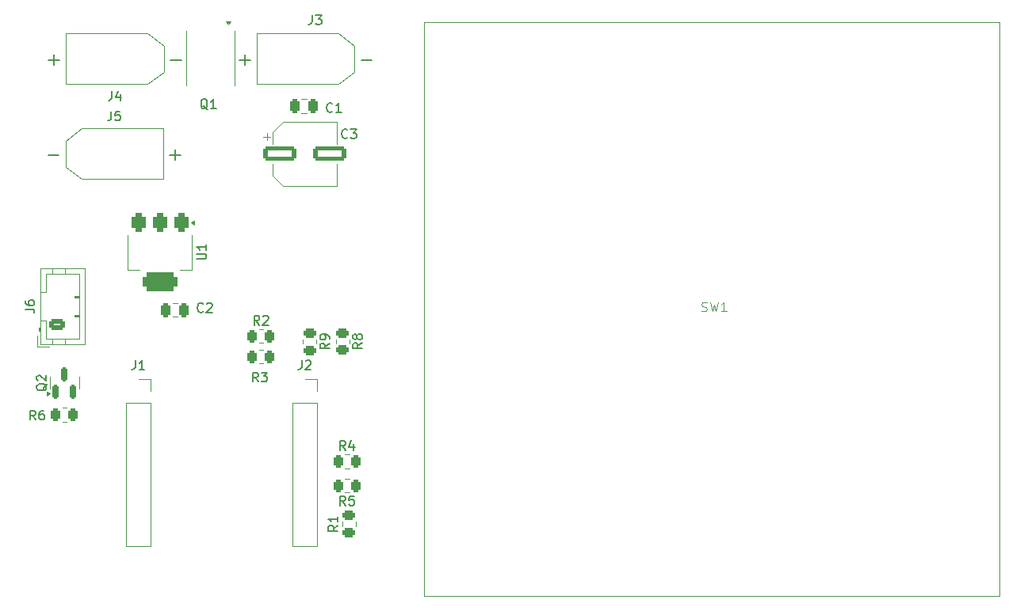
<source format=gbr>
%TF.GenerationSoftware,KiCad,Pcbnew,8.0.4*%
%TF.CreationDate,2025-02-03T15:53:43-05:00*%
%TF.ProjectId,AerospaceBigButton,4165726f-7370-4616-9365-426967427574,rev?*%
%TF.SameCoordinates,Original*%
%TF.FileFunction,Legend,Top*%
%TF.FilePolarity,Positive*%
%FSLAX46Y46*%
G04 Gerber Fmt 4.6, Leading zero omitted, Abs format (unit mm)*
G04 Created by KiCad (PCBNEW 8.0.4) date 2025-02-03 15:53:43*
%MOMM*%
%LPD*%
G01*
G04 APERTURE LIST*
G04 Aperture macros list*
%AMRoundRect*
0 Rectangle with rounded corners*
0 $1 Rounding radius*
0 $2 $3 $4 $5 $6 $7 $8 $9 X,Y pos of 4 corners*
0 Add a 4 corners polygon primitive as box body*
4,1,4,$2,$3,$4,$5,$6,$7,$8,$9,$2,$3,0*
0 Add four circle primitives for the rounded corners*
1,1,$1+$1,$2,$3*
1,1,$1+$1,$4,$5*
1,1,$1+$1,$6,$7*
1,1,$1+$1,$8,$9*
0 Add four rect primitives between the rounded corners*
20,1,$1+$1,$2,$3,$4,$5,0*
20,1,$1+$1,$4,$5,$6,$7,0*
20,1,$1+$1,$6,$7,$8,$9,0*
20,1,$1+$1,$8,$9,$2,$3,0*%
G04 Aperture macros list end*
%ADD10C,0.150000*%
%ADD11C,0.100000*%
%ADD12C,0.120000*%
%ADD13RoundRect,0.250000X-0.262500X-0.450000X0.262500X-0.450000X0.262500X0.450000X-0.262500X0.450000X0*%
%ADD14RoundRect,0.150000X0.150000X-0.587500X0.150000X0.587500X-0.150000X0.587500X-0.150000X-0.587500X0*%
%ADD15RoundRect,0.250000X-0.450000X0.262500X-0.450000X-0.262500X0.450000X-0.262500X0.450000X0.262500X0*%
%ADD16C,3.600000*%
%ADD17C,5.600000*%
%ADD18RoundRect,0.250000X0.450000X-0.262500X0.450000X0.262500X-0.450000X0.262500X-0.450000X-0.262500X0*%
%ADD19RoundRect,0.250000X0.262500X0.450000X-0.262500X0.450000X-0.262500X-0.450000X0.262500X-0.450000X0*%
%ADD20RoundRect,0.250000X0.625000X-0.350000X0.625000X0.350000X-0.625000X0.350000X-0.625000X-0.350000X0*%
%ADD21O,1.750000X1.200000*%
%ADD22R,3.800000X3.800000*%
%ADD23C,3.800000*%
%ADD24O,7.800000X5.000000*%
%ADD25O,9.400000X5.000000*%
%ADD26RoundRect,0.375000X-0.375000X0.625000X-0.375000X-0.625000X0.375000X-0.625000X0.375000X0.625000X0*%
%ADD27RoundRect,0.500000X-1.400000X0.500000X-1.400000X-0.500000X1.400000X-0.500000X1.400000X0.500000X0*%
%ADD28R,0.610000X1.270000*%
%ADD29R,3.910000X3.810000*%
%ADD30R,0.610000X1.020000*%
%ADD31RoundRect,0.250000X-0.250000X-0.475000X0.250000X-0.475000X0.250000X0.475000X-0.250000X0.475000X0*%
%ADD32RoundRect,0.250000X-1.500000X-0.550000X1.500000X-0.550000X1.500000X0.550000X-1.500000X0.550000X0*%
%ADD33C,4.000000*%
%ADD34R,1.700000X1.700000*%
%ADD35O,1.700000X1.700000*%
G04 APERTURE END LIST*
D10*
X52533333Y-66554819D02*
X52200000Y-66078628D01*
X51961905Y-66554819D02*
X51961905Y-65554819D01*
X51961905Y-65554819D02*
X52342857Y-65554819D01*
X52342857Y-65554819D02*
X52438095Y-65602438D01*
X52438095Y-65602438D02*
X52485714Y-65650057D01*
X52485714Y-65650057D02*
X52533333Y-65745295D01*
X52533333Y-65745295D02*
X52533333Y-65888152D01*
X52533333Y-65888152D02*
X52485714Y-65983390D01*
X52485714Y-65983390D02*
X52438095Y-66031009D01*
X52438095Y-66031009D02*
X52342857Y-66078628D01*
X52342857Y-66078628D02*
X51961905Y-66078628D01*
X53390476Y-65554819D02*
X53200000Y-65554819D01*
X53200000Y-65554819D02*
X53104762Y-65602438D01*
X53104762Y-65602438D02*
X53057143Y-65650057D01*
X53057143Y-65650057D02*
X52961905Y-65792914D01*
X52961905Y-65792914D02*
X52914286Y-65983390D01*
X52914286Y-65983390D02*
X52914286Y-66364342D01*
X52914286Y-66364342D02*
X52961905Y-66459580D01*
X52961905Y-66459580D02*
X53009524Y-66507200D01*
X53009524Y-66507200D02*
X53104762Y-66554819D01*
X53104762Y-66554819D02*
X53295238Y-66554819D01*
X53295238Y-66554819D02*
X53390476Y-66507200D01*
X53390476Y-66507200D02*
X53438095Y-66459580D01*
X53438095Y-66459580D02*
X53485714Y-66364342D01*
X53485714Y-66364342D02*
X53485714Y-66126247D01*
X53485714Y-66126247D02*
X53438095Y-66031009D01*
X53438095Y-66031009D02*
X53390476Y-65983390D01*
X53390476Y-65983390D02*
X53295238Y-65935771D01*
X53295238Y-65935771D02*
X53104762Y-65935771D01*
X53104762Y-65935771D02*
X53009524Y-65983390D01*
X53009524Y-65983390D02*
X52961905Y-66031009D01*
X52961905Y-66031009D02*
X52914286Y-66126247D01*
D11*
X94000000Y-24000000D02*
X155500000Y-24000000D01*
X155500000Y-85400000D01*
X94000000Y-85400000D01*
X94000000Y-24000000D01*
D10*
X53750057Y-62695238D02*
X53702438Y-62790476D01*
X53702438Y-62790476D02*
X53607200Y-62885714D01*
X53607200Y-62885714D02*
X53464342Y-63028571D01*
X53464342Y-63028571D02*
X53416723Y-63123809D01*
X53416723Y-63123809D02*
X53416723Y-63219047D01*
X53654819Y-63171428D02*
X53607200Y-63266666D01*
X53607200Y-63266666D02*
X53511961Y-63361904D01*
X53511961Y-63361904D02*
X53321485Y-63409523D01*
X53321485Y-63409523D02*
X52988152Y-63409523D01*
X52988152Y-63409523D02*
X52797676Y-63361904D01*
X52797676Y-63361904D02*
X52702438Y-63266666D01*
X52702438Y-63266666D02*
X52654819Y-63171428D01*
X52654819Y-63171428D02*
X52654819Y-62980952D01*
X52654819Y-62980952D02*
X52702438Y-62885714D01*
X52702438Y-62885714D02*
X52797676Y-62790476D01*
X52797676Y-62790476D02*
X52988152Y-62742857D01*
X52988152Y-62742857D02*
X53321485Y-62742857D01*
X53321485Y-62742857D02*
X53511961Y-62790476D01*
X53511961Y-62790476D02*
X53607200Y-62885714D01*
X53607200Y-62885714D02*
X53654819Y-62980952D01*
X53654819Y-62980952D02*
X53654819Y-63171428D01*
X52750057Y-62361904D02*
X52702438Y-62314285D01*
X52702438Y-62314285D02*
X52654819Y-62219047D01*
X52654819Y-62219047D02*
X52654819Y-61980952D01*
X52654819Y-61980952D02*
X52702438Y-61885714D01*
X52702438Y-61885714D02*
X52750057Y-61838095D01*
X52750057Y-61838095D02*
X52845295Y-61790476D01*
X52845295Y-61790476D02*
X52940533Y-61790476D01*
X52940533Y-61790476D02*
X53083390Y-61838095D01*
X53083390Y-61838095D02*
X53654819Y-62409523D01*
X53654819Y-62409523D02*
X53654819Y-61790476D01*
X83904819Y-58366666D02*
X83428628Y-58699999D01*
X83904819Y-58938094D02*
X82904819Y-58938094D01*
X82904819Y-58938094D02*
X82904819Y-58557142D01*
X82904819Y-58557142D02*
X82952438Y-58461904D01*
X82952438Y-58461904D02*
X83000057Y-58414285D01*
X83000057Y-58414285D02*
X83095295Y-58366666D01*
X83095295Y-58366666D02*
X83238152Y-58366666D01*
X83238152Y-58366666D02*
X83333390Y-58414285D01*
X83333390Y-58414285D02*
X83381009Y-58461904D01*
X83381009Y-58461904D02*
X83428628Y-58557142D01*
X83428628Y-58557142D02*
X83428628Y-58938094D01*
X83904819Y-57890475D02*
X83904819Y-57699999D01*
X83904819Y-57699999D02*
X83857200Y-57604761D01*
X83857200Y-57604761D02*
X83809580Y-57557142D01*
X83809580Y-57557142D02*
X83666723Y-57461904D01*
X83666723Y-57461904D02*
X83476247Y-57414285D01*
X83476247Y-57414285D02*
X83095295Y-57414285D01*
X83095295Y-57414285D02*
X83000057Y-57461904D01*
X83000057Y-57461904D02*
X82952438Y-57509523D01*
X82952438Y-57509523D02*
X82904819Y-57604761D01*
X82904819Y-57604761D02*
X82904819Y-57795237D01*
X82904819Y-57795237D02*
X82952438Y-57890475D01*
X82952438Y-57890475D02*
X83000057Y-57938094D01*
X83000057Y-57938094D02*
X83095295Y-57985713D01*
X83095295Y-57985713D02*
X83333390Y-57985713D01*
X83333390Y-57985713D02*
X83428628Y-57938094D01*
X83428628Y-57938094D02*
X83476247Y-57890475D01*
X83476247Y-57890475D02*
X83523866Y-57795237D01*
X83523866Y-57795237D02*
X83523866Y-57604761D01*
X83523866Y-57604761D02*
X83476247Y-57509523D01*
X83476247Y-57509523D02*
X83428628Y-57461904D01*
X83428628Y-57461904D02*
X83333390Y-57414285D01*
X87424819Y-58331666D02*
X86948628Y-58664999D01*
X87424819Y-58903094D02*
X86424819Y-58903094D01*
X86424819Y-58903094D02*
X86424819Y-58522142D01*
X86424819Y-58522142D02*
X86472438Y-58426904D01*
X86472438Y-58426904D02*
X86520057Y-58379285D01*
X86520057Y-58379285D02*
X86615295Y-58331666D01*
X86615295Y-58331666D02*
X86758152Y-58331666D01*
X86758152Y-58331666D02*
X86853390Y-58379285D01*
X86853390Y-58379285D02*
X86901009Y-58426904D01*
X86901009Y-58426904D02*
X86948628Y-58522142D01*
X86948628Y-58522142D02*
X86948628Y-58903094D01*
X86853390Y-57760237D02*
X86805771Y-57855475D01*
X86805771Y-57855475D02*
X86758152Y-57903094D01*
X86758152Y-57903094D02*
X86662914Y-57950713D01*
X86662914Y-57950713D02*
X86615295Y-57950713D01*
X86615295Y-57950713D02*
X86520057Y-57903094D01*
X86520057Y-57903094D02*
X86472438Y-57855475D01*
X86472438Y-57855475D02*
X86424819Y-57760237D01*
X86424819Y-57760237D02*
X86424819Y-57569761D01*
X86424819Y-57569761D02*
X86472438Y-57474523D01*
X86472438Y-57474523D02*
X86520057Y-57426904D01*
X86520057Y-57426904D02*
X86615295Y-57379285D01*
X86615295Y-57379285D02*
X86662914Y-57379285D01*
X86662914Y-57379285D02*
X86758152Y-57426904D01*
X86758152Y-57426904D02*
X86805771Y-57474523D01*
X86805771Y-57474523D02*
X86853390Y-57569761D01*
X86853390Y-57569761D02*
X86853390Y-57760237D01*
X86853390Y-57760237D02*
X86901009Y-57855475D01*
X86901009Y-57855475D02*
X86948628Y-57903094D01*
X86948628Y-57903094D02*
X87043866Y-57950713D01*
X87043866Y-57950713D02*
X87234342Y-57950713D01*
X87234342Y-57950713D02*
X87329580Y-57903094D01*
X87329580Y-57903094D02*
X87377200Y-57855475D01*
X87377200Y-57855475D02*
X87424819Y-57760237D01*
X87424819Y-57760237D02*
X87424819Y-57569761D01*
X87424819Y-57569761D02*
X87377200Y-57474523D01*
X87377200Y-57474523D02*
X87329580Y-57426904D01*
X87329580Y-57426904D02*
X87234342Y-57379285D01*
X87234342Y-57379285D02*
X87043866Y-57379285D01*
X87043866Y-57379285D02*
X86948628Y-57426904D01*
X86948628Y-57426904D02*
X86901009Y-57474523D01*
X86901009Y-57474523D02*
X86853390Y-57569761D01*
X84804819Y-77854166D02*
X84328628Y-78187499D01*
X84804819Y-78425594D02*
X83804819Y-78425594D01*
X83804819Y-78425594D02*
X83804819Y-78044642D01*
X83804819Y-78044642D02*
X83852438Y-77949404D01*
X83852438Y-77949404D02*
X83900057Y-77901785D01*
X83900057Y-77901785D02*
X83995295Y-77854166D01*
X83995295Y-77854166D02*
X84138152Y-77854166D01*
X84138152Y-77854166D02*
X84233390Y-77901785D01*
X84233390Y-77901785D02*
X84281009Y-77949404D01*
X84281009Y-77949404D02*
X84328628Y-78044642D01*
X84328628Y-78044642D02*
X84328628Y-78425594D01*
X84804819Y-76901785D02*
X84804819Y-77473213D01*
X84804819Y-77187499D02*
X83804819Y-77187499D01*
X83804819Y-77187499D02*
X83947676Y-77282737D01*
X83947676Y-77282737D02*
X84042914Y-77377975D01*
X84042914Y-77377975D02*
X84090533Y-77473213D01*
X85633333Y-75704819D02*
X85300000Y-75228628D01*
X85061905Y-75704819D02*
X85061905Y-74704819D01*
X85061905Y-74704819D02*
X85442857Y-74704819D01*
X85442857Y-74704819D02*
X85538095Y-74752438D01*
X85538095Y-74752438D02*
X85585714Y-74800057D01*
X85585714Y-74800057D02*
X85633333Y-74895295D01*
X85633333Y-74895295D02*
X85633333Y-75038152D01*
X85633333Y-75038152D02*
X85585714Y-75133390D01*
X85585714Y-75133390D02*
X85538095Y-75181009D01*
X85538095Y-75181009D02*
X85442857Y-75228628D01*
X85442857Y-75228628D02*
X85061905Y-75228628D01*
X86538095Y-74704819D02*
X86061905Y-74704819D01*
X86061905Y-74704819D02*
X86014286Y-75181009D01*
X86014286Y-75181009D02*
X86061905Y-75133390D01*
X86061905Y-75133390D02*
X86157143Y-75085771D01*
X86157143Y-75085771D02*
X86395238Y-75085771D01*
X86395238Y-75085771D02*
X86490476Y-75133390D01*
X86490476Y-75133390D02*
X86538095Y-75181009D01*
X86538095Y-75181009D02*
X86585714Y-75276247D01*
X86585714Y-75276247D02*
X86585714Y-75514342D01*
X86585714Y-75514342D02*
X86538095Y-75609580D01*
X86538095Y-75609580D02*
X86490476Y-75657200D01*
X86490476Y-75657200D02*
X86395238Y-75704819D01*
X86395238Y-75704819D02*
X86157143Y-75704819D01*
X86157143Y-75704819D02*
X86061905Y-75657200D01*
X86061905Y-75657200D02*
X86014286Y-75609580D01*
X51404819Y-54733333D02*
X52119104Y-54733333D01*
X52119104Y-54733333D02*
X52261961Y-54780952D01*
X52261961Y-54780952D02*
X52357200Y-54876190D01*
X52357200Y-54876190D02*
X52404819Y-55019047D01*
X52404819Y-55019047D02*
X52404819Y-55114285D01*
X51404819Y-53828571D02*
X51404819Y-54019047D01*
X51404819Y-54019047D02*
X51452438Y-54114285D01*
X51452438Y-54114285D02*
X51500057Y-54161904D01*
X51500057Y-54161904D02*
X51642914Y-54257142D01*
X51642914Y-54257142D02*
X51833390Y-54304761D01*
X51833390Y-54304761D02*
X52214342Y-54304761D01*
X52214342Y-54304761D02*
X52309580Y-54257142D01*
X52309580Y-54257142D02*
X52357200Y-54209523D01*
X52357200Y-54209523D02*
X52404819Y-54114285D01*
X52404819Y-54114285D02*
X52404819Y-53923809D01*
X52404819Y-53923809D02*
X52357200Y-53828571D01*
X52357200Y-53828571D02*
X52309580Y-53780952D01*
X52309580Y-53780952D02*
X52214342Y-53733333D01*
X52214342Y-53733333D02*
X51976247Y-53733333D01*
X51976247Y-53733333D02*
X51881009Y-53780952D01*
X51881009Y-53780952D02*
X51833390Y-53828571D01*
X51833390Y-53828571D02*
X51785771Y-53923809D01*
X51785771Y-53923809D02*
X51785771Y-54114285D01*
X51785771Y-54114285D02*
X51833390Y-54209523D01*
X51833390Y-54209523D02*
X51881009Y-54257142D01*
X51881009Y-54257142D02*
X51976247Y-54304761D01*
X76298333Y-62494819D02*
X75965000Y-62018628D01*
X75726905Y-62494819D02*
X75726905Y-61494819D01*
X75726905Y-61494819D02*
X76107857Y-61494819D01*
X76107857Y-61494819D02*
X76203095Y-61542438D01*
X76203095Y-61542438D02*
X76250714Y-61590057D01*
X76250714Y-61590057D02*
X76298333Y-61685295D01*
X76298333Y-61685295D02*
X76298333Y-61828152D01*
X76298333Y-61828152D02*
X76250714Y-61923390D01*
X76250714Y-61923390D02*
X76203095Y-61971009D01*
X76203095Y-61971009D02*
X76107857Y-62018628D01*
X76107857Y-62018628D02*
X75726905Y-62018628D01*
X76631667Y-61494819D02*
X77250714Y-61494819D01*
X77250714Y-61494819D02*
X76917381Y-61875771D01*
X76917381Y-61875771D02*
X77060238Y-61875771D01*
X77060238Y-61875771D02*
X77155476Y-61923390D01*
X77155476Y-61923390D02*
X77203095Y-61971009D01*
X77203095Y-61971009D02*
X77250714Y-62066247D01*
X77250714Y-62066247D02*
X77250714Y-62304342D01*
X77250714Y-62304342D02*
X77203095Y-62399580D01*
X77203095Y-62399580D02*
X77155476Y-62447200D01*
X77155476Y-62447200D02*
X77060238Y-62494819D01*
X77060238Y-62494819D02*
X76774524Y-62494819D01*
X76774524Y-62494819D02*
X76679286Y-62447200D01*
X76679286Y-62447200D02*
X76631667Y-62399580D01*
X82066666Y-23254819D02*
X82066666Y-23969104D01*
X82066666Y-23969104D02*
X82019047Y-24111961D01*
X82019047Y-24111961D02*
X81923809Y-24207200D01*
X81923809Y-24207200D02*
X81780952Y-24254819D01*
X81780952Y-24254819D02*
X81685714Y-24254819D01*
X82447619Y-23254819D02*
X83066666Y-23254819D01*
X83066666Y-23254819D02*
X82733333Y-23635771D01*
X82733333Y-23635771D02*
X82876190Y-23635771D01*
X82876190Y-23635771D02*
X82971428Y-23683390D01*
X82971428Y-23683390D02*
X83019047Y-23731009D01*
X83019047Y-23731009D02*
X83066666Y-23826247D01*
X83066666Y-23826247D02*
X83066666Y-24064342D01*
X83066666Y-24064342D02*
X83019047Y-24159580D01*
X83019047Y-24159580D02*
X82971428Y-24207200D01*
X82971428Y-24207200D02*
X82876190Y-24254819D01*
X82876190Y-24254819D02*
X82590476Y-24254819D01*
X82590476Y-24254819D02*
X82495238Y-24207200D01*
X82495238Y-24207200D02*
X82447619Y-24159580D01*
X87328571Y-28054700D02*
X88471429Y-28054700D01*
X74328571Y-28054700D02*
X75471429Y-28054700D01*
X74900000Y-28626128D02*
X74900000Y-27483271D01*
D11*
X123666667Y-54909800D02*
X123809524Y-54957419D01*
X123809524Y-54957419D02*
X124047619Y-54957419D01*
X124047619Y-54957419D02*
X124142857Y-54909800D01*
X124142857Y-54909800D02*
X124190476Y-54862180D01*
X124190476Y-54862180D02*
X124238095Y-54766942D01*
X124238095Y-54766942D02*
X124238095Y-54671704D01*
X124238095Y-54671704D02*
X124190476Y-54576466D01*
X124190476Y-54576466D02*
X124142857Y-54528847D01*
X124142857Y-54528847D02*
X124047619Y-54481228D01*
X124047619Y-54481228D02*
X123857143Y-54433609D01*
X123857143Y-54433609D02*
X123761905Y-54385990D01*
X123761905Y-54385990D02*
X123714286Y-54338371D01*
X123714286Y-54338371D02*
X123666667Y-54243133D01*
X123666667Y-54243133D02*
X123666667Y-54147895D01*
X123666667Y-54147895D02*
X123714286Y-54052657D01*
X123714286Y-54052657D02*
X123761905Y-54005038D01*
X123761905Y-54005038D02*
X123857143Y-53957419D01*
X123857143Y-53957419D02*
X124095238Y-53957419D01*
X124095238Y-53957419D02*
X124238095Y-54005038D01*
X124571429Y-53957419D02*
X124809524Y-54957419D01*
X124809524Y-54957419D02*
X125000000Y-54243133D01*
X125000000Y-54243133D02*
X125190476Y-54957419D01*
X125190476Y-54957419D02*
X125428572Y-53957419D01*
X126333333Y-54957419D02*
X125761905Y-54957419D01*
X126047619Y-54957419D02*
X126047619Y-53957419D01*
X126047619Y-53957419D02*
X125952381Y-54100276D01*
X125952381Y-54100276D02*
X125857143Y-54195514D01*
X125857143Y-54195514D02*
X125761905Y-54243133D01*
D10*
X69754819Y-49361904D02*
X70564342Y-49361904D01*
X70564342Y-49361904D02*
X70659580Y-49314285D01*
X70659580Y-49314285D02*
X70707200Y-49266666D01*
X70707200Y-49266666D02*
X70754819Y-49171428D01*
X70754819Y-49171428D02*
X70754819Y-48980952D01*
X70754819Y-48980952D02*
X70707200Y-48885714D01*
X70707200Y-48885714D02*
X70659580Y-48838095D01*
X70659580Y-48838095D02*
X70564342Y-48790476D01*
X70564342Y-48790476D02*
X69754819Y-48790476D01*
X70754819Y-47790476D02*
X70754819Y-48361904D01*
X70754819Y-48076190D02*
X69754819Y-48076190D01*
X69754819Y-48076190D02*
X69897676Y-48171428D01*
X69897676Y-48171428D02*
X69992914Y-48266666D01*
X69992914Y-48266666D02*
X70040533Y-48361904D01*
X70904761Y-33350057D02*
X70809523Y-33302438D01*
X70809523Y-33302438D02*
X70714285Y-33207200D01*
X70714285Y-33207200D02*
X70571428Y-33064342D01*
X70571428Y-33064342D02*
X70476190Y-33016723D01*
X70476190Y-33016723D02*
X70380952Y-33016723D01*
X70428571Y-33254819D02*
X70333333Y-33207200D01*
X70333333Y-33207200D02*
X70238095Y-33111961D01*
X70238095Y-33111961D02*
X70190476Y-32921485D01*
X70190476Y-32921485D02*
X70190476Y-32588152D01*
X70190476Y-32588152D02*
X70238095Y-32397676D01*
X70238095Y-32397676D02*
X70333333Y-32302438D01*
X70333333Y-32302438D02*
X70428571Y-32254819D01*
X70428571Y-32254819D02*
X70619047Y-32254819D01*
X70619047Y-32254819D02*
X70714285Y-32302438D01*
X70714285Y-32302438D02*
X70809523Y-32397676D01*
X70809523Y-32397676D02*
X70857142Y-32588152D01*
X70857142Y-32588152D02*
X70857142Y-32921485D01*
X70857142Y-32921485D02*
X70809523Y-33111961D01*
X70809523Y-33111961D02*
X70714285Y-33207200D01*
X70714285Y-33207200D02*
X70619047Y-33254819D01*
X70619047Y-33254819D02*
X70428571Y-33254819D01*
X71809523Y-33254819D02*
X71238095Y-33254819D01*
X71523809Y-33254819D02*
X71523809Y-32254819D01*
X71523809Y-32254819D02*
X71428571Y-32397676D01*
X71428571Y-32397676D02*
X71333333Y-32492914D01*
X71333333Y-32492914D02*
X71238095Y-32540533D01*
X70433333Y-54959580D02*
X70385714Y-55007200D01*
X70385714Y-55007200D02*
X70242857Y-55054819D01*
X70242857Y-55054819D02*
X70147619Y-55054819D01*
X70147619Y-55054819D02*
X70004762Y-55007200D01*
X70004762Y-55007200D02*
X69909524Y-54911961D01*
X69909524Y-54911961D02*
X69861905Y-54816723D01*
X69861905Y-54816723D02*
X69814286Y-54626247D01*
X69814286Y-54626247D02*
X69814286Y-54483390D01*
X69814286Y-54483390D02*
X69861905Y-54292914D01*
X69861905Y-54292914D02*
X69909524Y-54197676D01*
X69909524Y-54197676D02*
X70004762Y-54102438D01*
X70004762Y-54102438D02*
X70147619Y-54054819D01*
X70147619Y-54054819D02*
X70242857Y-54054819D01*
X70242857Y-54054819D02*
X70385714Y-54102438D01*
X70385714Y-54102438D02*
X70433333Y-54150057D01*
X70814286Y-54150057D02*
X70861905Y-54102438D01*
X70861905Y-54102438D02*
X70957143Y-54054819D01*
X70957143Y-54054819D02*
X71195238Y-54054819D01*
X71195238Y-54054819D02*
X71290476Y-54102438D01*
X71290476Y-54102438D02*
X71338095Y-54150057D01*
X71338095Y-54150057D02*
X71385714Y-54245295D01*
X71385714Y-54245295D02*
X71385714Y-54340533D01*
X71385714Y-54340533D02*
X71338095Y-54483390D01*
X71338095Y-54483390D02*
X70766667Y-55054819D01*
X70766667Y-55054819D02*
X71385714Y-55054819D01*
X85833333Y-36359580D02*
X85785714Y-36407200D01*
X85785714Y-36407200D02*
X85642857Y-36454819D01*
X85642857Y-36454819D02*
X85547619Y-36454819D01*
X85547619Y-36454819D02*
X85404762Y-36407200D01*
X85404762Y-36407200D02*
X85309524Y-36311961D01*
X85309524Y-36311961D02*
X85261905Y-36216723D01*
X85261905Y-36216723D02*
X85214286Y-36026247D01*
X85214286Y-36026247D02*
X85214286Y-35883390D01*
X85214286Y-35883390D02*
X85261905Y-35692914D01*
X85261905Y-35692914D02*
X85309524Y-35597676D01*
X85309524Y-35597676D02*
X85404762Y-35502438D01*
X85404762Y-35502438D02*
X85547619Y-35454819D01*
X85547619Y-35454819D02*
X85642857Y-35454819D01*
X85642857Y-35454819D02*
X85785714Y-35502438D01*
X85785714Y-35502438D02*
X85833333Y-35550057D01*
X86166667Y-35454819D02*
X86785714Y-35454819D01*
X86785714Y-35454819D02*
X86452381Y-35835771D01*
X86452381Y-35835771D02*
X86595238Y-35835771D01*
X86595238Y-35835771D02*
X86690476Y-35883390D01*
X86690476Y-35883390D02*
X86738095Y-35931009D01*
X86738095Y-35931009D02*
X86785714Y-36026247D01*
X86785714Y-36026247D02*
X86785714Y-36264342D01*
X86785714Y-36264342D02*
X86738095Y-36359580D01*
X86738095Y-36359580D02*
X86690476Y-36407200D01*
X86690476Y-36407200D02*
X86595238Y-36454819D01*
X86595238Y-36454819D02*
X86309524Y-36454819D01*
X86309524Y-36454819D02*
X86214286Y-36407200D01*
X86214286Y-36407200D02*
X86166667Y-36359580D01*
X85633333Y-69804819D02*
X85300000Y-69328628D01*
X85061905Y-69804819D02*
X85061905Y-68804819D01*
X85061905Y-68804819D02*
X85442857Y-68804819D01*
X85442857Y-68804819D02*
X85538095Y-68852438D01*
X85538095Y-68852438D02*
X85585714Y-68900057D01*
X85585714Y-68900057D02*
X85633333Y-68995295D01*
X85633333Y-68995295D02*
X85633333Y-69138152D01*
X85633333Y-69138152D02*
X85585714Y-69233390D01*
X85585714Y-69233390D02*
X85538095Y-69281009D01*
X85538095Y-69281009D02*
X85442857Y-69328628D01*
X85442857Y-69328628D02*
X85061905Y-69328628D01*
X86490476Y-69138152D02*
X86490476Y-69804819D01*
X86252381Y-68757200D02*
X86014286Y-69471485D01*
X86014286Y-69471485D02*
X86633333Y-69471485D01*
X84233333Y-33559580D02*
X84185714Y-33607200D01*
X84185714Y-33607200D02*
X84042857Y-33654819D01*
X84042857Y-33654819D02*
X83947619Y-33654819D01*
X83947619Y-33654819D02*
X83804762Y-33607200D01*
X83804762Y-33607200D02*
X83709524Y-33511961D01*
X83709524Y-33511961D02*
X83661905Y-33416723D01*
X83661905Y-33416723D02*
X83614286Y-33226247D01*
X83614286Y-33226247D02*
X83614286Y-33083390D01*
X83614286Y-33083390D02*
X83661905Y-32892914D01*
X83661905Y-32892914D02*
X83709524Y-32797676D01*
X83709524Y-32797676D02*
X83804762Y-32702438D01*
X83804762Y-32702438D02*
X83947619Y-32654819D01*
X83947619Y-32654819D02*
X84042857Y-32654819D01*
X84042857Y-32654819D02*
X84185714Y-32702438D01*
X84185714Y-32702438D02*
X84233333Y-32750057D01*
X85185714Y-33654819D02*
X84614286Y-33654819D01*
X84900000Y-33654819D02*
X84900000Y-32654819D01*
X84900000Y-32654819D02*
X84804762Y-32797676D01*
X84804762Y-32797676D02*
X84709524Y-32892914D01*
X84709524Y-32892914D02*
X84614286Y-32940533D01*
X60586666Y-33554819D02*
X60586666Y-34269104D01*
X60586666Y-34269104D02*
X60539047Y-34411961D01*
X60539047Y-34411961D02*
X60443809Y-34507200D01*
X60443809Y-34507200D02*
X60300952Y-34554819D01*
X60300952Y-34554819D02*
X60205714Y-34554819D01*
X61539047Y-33554819D02*
X61062857Y-33554819D01*
X61062857Y-33554819D02*
X61015238Y-34031009D01*
X61015238Y-34031009D02*
X61062857Y-33983390D01*
X61062857Y-33983390D02*
X61158095Y-33935771D01*
X61158095Y-33935771D02*
X61396190Y-33935771D01*
X61396190Y-33935771D02*
X61491428Y-33983390D01*
X61491428Y-33983390D02*
X61539047Y-34031009D01*
X61539047Y-34031009D02*
X61586666Y-34126247D01*
X61586666Y-34126247D02*
X61586666Y-34364342D01*
X61586666Y-34364342D02*
X61539047Y-34459580D01*
X61539047Y-34459580D02*
X61491428Y-34507200D01*
X61491428Y-34507200D02*
X61396190Y-34554819D01*
X61396190Y-34554819D02*
X61158095Y-34554819D01*
X61158095Y-34554819D02*
X61062857Y-34507200D01*
X61062857Y-34507200D02*
X61015238Y-34459580D01*
X66848571Y-38214700D02*
X67991429Y-38214700D01*
X67420000Y-38786128D02*
X67420000Y-37643271D01*
X53848571Y-38214700D02*
X54991429Y-38214700D01*
X63166666Y-60184819D02*
X63166666Y-60899104D01*
X63166666Y-60899104D02*
X63119047Y-61041961D01*
X63119047Y-61041961D02*
X63023809Y-61137200D01*
X63023809Y-61137200D02*
X62880952Y-61184819D01*
X62880952Y-61184819D02*
X62785714Y-61184819D01*
X64166666Y-61184819D02*
X63595238Y-61184819D01*
X63880952Y-61184819D02*
X63880952Y-60184819D01*
X63880952Y-60184819D02*
X63785714Y-60327676D01*
X63785714Y-60327676D02*
X63690476Y-60422914D01*
X63690476Y-60422914D02*
X63595238Y-60470533D01*
X60666666Y-31394819D02*
X60666666Y-32109104D01*
X60666666Y-32109104D02*
X60619047Y-32251961D01*
X60619047Y-32251961D02*
X60523809Y-32347200D01*
X60523809Y-32347200D02*
X60380952Y-32394819D01*
X60380952Y-32394819D02*
X60285714Y-32394819D01*
X61571428Y-31728152D02*
X61571428Y-32394819D01*
X61333333Y-31347200D02*
X61095238Y-32061485D01*
X61095238Y-32061485D02*
X61714285Y-32061485D01*
X53928571Y-28054700D02*
X55071429Y-28054700D01*
X54500000Y-28626128D02*
X54500000Y-27483271D01*
X66928571Y-28054700D02*
X68071429Y-28054700D01*
X76433333Y-56404819D02*
X76100000Y-55928628D01*
X75861905Y-56404819D02*
X75861905Y-55404819D01*
X75861905Y-55404819D02*
X76242857Y-55404819D01*
X76242857Y-55404819D02*
X76338095Y-55452438D01*
X76338095Y-55452438D02*
X76385714Y-55500057D01*
X76385714Y-55500057D02*
X76433333Y-55595295D01*
X76433333Y-55595295D02*
X76433333Y-55738152D01*
X76433333Y-55738152D02*
X76385714Y-55833390D01*
X76385714Y-55833390D02*
X76338095Y-55881009D01*
X76338095Y-55881009D02*
X76242857Y-55928628D01*
X76242857Y-55928628D02*
X75861905Y-55928628D01*
X76814286Y-55500057D02*
X76861905Y-55452438D01*
X76861905Y-55452438D02*
X76957143Y-55404819D01*
X76957143Y-55404819D02*
X77195238Y-55404819D01*
X77195238Y-55404819D02*
X77290476Y-55452438D01*
X77290476Y-55452438D02*
X77338095Y-55500057D01*
X77338095Y-55500057D02*
X77385714Y-55595295D01*
X77385714Y-55595295D02*
X77385714Y-55690533D01*
X77385714Y-55690533D02*
X77338095Y-55833390D01*
X77338095Y-55833390D02*
X76766667Y-56404819D01*
X76766667Y-56404819D02*
X77385714Y-56404819D01*
X80946666Y-60184819D02*
X80946666Y-60899104D01*
X80946666Y-60899104D02*
X80899047Y-61041961D01*
X80899047Y-61041961D02*
X80803809Y-61137200D01*
X80803809Y-61137200D02*
X80660952Y-61184819D01*
X80660952Y-61184819D02*
X80565714Y-61184819D01*
X81375238Y-60280057D02*
X81422857Y-60232438D01*
X81422857Y-60232438D02*
X81518095Y-60184819D01*
X81518095Y-60184819D02*
X81756190Y-60184819D01*
X81756190Y-60184819D02*
X81851428Y-60232438D01*
X81851428Y-60232438D02*
X81899047Y-60280057D01*
X81899047Y-60280057D02*
X81946666Y-60375295D01*
X81946666Y-60375295D02*
X81946666Y-60470533D01*
X81946666Y-60470533D02*
X81899047Y-60613390D01*
X81899047Y-60613390D02*
X81327619Y-61184819D01*
X81327619Y-61184819D02*
X81946666Y-61184819D01*
D12*
%TO.C,R6*%
X55372936Y-66735000D02*
X55827064Y-66735000D01*
X55372936Y-65265000D02*
X55827064Y-65265000D01*
%TO.C,Q2*%
X54040000Y-62600000D02*
X54040000Y-63250000D01*
X54040000Y-62600000D02*
X54040000Y-61950000D01*
X57160000Y-62600000D02*
X57160000Y-63250000D01*
X57160000Y-62600000D02*
X57160000Y-61950000D01*
X54090000Y-63762500D02*
X53760000Y-64002500D01*
X53760000Y-63522500D01*
X54090000Y-63762500D01*
G36*
X54090000Y-63762500D02*
G01*
X53760000Y-64002500D01*
X53760000Y-63522500D01*
X54090000Y-63762500D01*
G37*
%TO.C,R9*%
X81065000Y-57972936D02*
X81065000Y-58427064D01*
X82535000Y-57972936D02*
X82535000Y-58427064D01*
%TO.C,R8*%
X84585000Y-57937936D02*
X84585000Y-58392064D01*
X86055000Y-57937936D02*
X86055000Y-58392064D01*
%TO.C,R1*%
X85265000Y-77914564D02*
X85265000Y-77460436D01*
X86735000Y-77914564D02*
X86735000Y-77460436D01*
%TO.C,R5*%
X86027064Y-72865000D02*
X85572936Y-72865000D01*
X86027064Y-74335000D02*
X85572936Y-74335000D01*
%TO.C,J6*%
X52740000Y-57510000D02*
X52740000Y-58760000D01*
X52740000Y-58760000D02*
X53990000Y-58760000D01*
X52840000Y-56700000D02*
X52840000Y-57000000D01*
X52840000Y-57000000D02*
X53040000Y-57000000D01*
X52940000Y-56700000D02*
X52940000Y-57000000D01*
X53040000Y-50340000D02*
X53040000Y-58460000D01*
X53040000Y-55900000D02*
X53650000Y-55900000D01*
X53040000Y-56700000D02*
X52840000Y-56700000D01*
X53040000Y-58460000D02*
X57760000Y-58460000D01*
X53650000Y-50950000D02*
X53650000Y-52900000D01*
X53650000Y-52900000D02*
X53040000Y-52900000D01*
X53650000Y-55900000D02*
X53650000Y-57850000D01*
X53650000Y-57850000D02*
X57150000Y-57850000D01*
X54350000Y-50340000D02*
X54350000Y-50950000D01*
X54350000Y-58460000D02*
X54350000Y-57850000D01*
X55650000Y-50340000D02*
X55650000Y-50950000D01*
X55650000Y-58460000D02*
X55650000Y-57850000D01*
X56650000Y-53300000D02*
X57150000Y-53300000D01*
X56650000Y-53500000D02*
X56650000Y-53300000D01*
X56650000Y-55300000D02*
X57150000Y-55300000D01*
X56650000Y-55500000D02*
X56650000Y-55300000D01*
X57150000Y-50950000D02*
X53650000Y-50950000D01*
X57150000Y-53400000D02*
X56650000Y-53400000D01*
X57150000Y-53500000D02*
X56650000Y-53500000D01*
X57150000Y-55400000D02*
X56650000Y-55400000D01*
X57150000Y-55500000D02*
X56650000Y-55500000D01*
X57150000Y-57850000D02*
X57150000Y-50950000D01*
X57760000Y-50340000D02*
X53040000Y-50340000D01*
X57760000Y-58460000D02*
X57760000Y-50340000D01*
%TO.C,R3*%
X76372936Y-59065000D02*
X76827064Y-59065000D01*
X76372936Y-60535000D02*
X76827064Y-60535000D01*
%TO.C,J3*%
X76190000Y-30650000D02*
X76190000Y-25230000D01*
X84910000Y-25230000D02*
X76190000Y-25230000D01*
X84910000Y-30650000D02*
X76190000Y-30650000D01*
X86610000Y-26530000D02*
X84910000Y-25230000D01*
X86610000Y-29350000D02*
X84910000Y-30650000D01*
X86610000Y-29350000D02*
X86610000Y-26530000D01*
%TO.C,U1*%
X62390000Y-46750000D02*
X62390000Y-50510000D01*
X62390000Y-50510000D02*
X63650000Y-50510000D01*
X69210000Y-46750000D02*
X69210000Y-50510000D01*
X69210000Y-50510000D02*
X67950000Y-50510000D01*
X69440000Y-45710000D02*
X69110000Y-45470000D01*
X69440000Y-45230000D01*
X69440000Y-45710000D01*
G36*
X69440000Y-45710000D02*
G01*
X69110000Y-45470000D01*
X69440000Y-45230000D01*
X69440000Y-45710000D01*
G37*
%TO.C,Q1*%
X68635000Y-24925000D02*
X68635000Y-30815000D01*
X73775000Y-24925000D02*
X73775000Y-30815000D01*
X73130000Y-24295000D02*
X72890000Y-23965000D01*
X73370000Y-23965000D01*
X73130000Y-24295000D01*
G36*
X73130000Y-24295000D02*
G01*
X72890000Y-23965000D01*
X73370000Y-23965000D01*
X73130000Y-24295000D01*
G37*
%TO.C,C2*%
X67138748Y-54065000D02*
X67661252Y-54065000D01*
X67138748Y-55535000D02*
X67661252Y-55535000D01*
%TO.C,C3*%
X76842500Y-36252500D02*
X77630000Y-36252500D01*
X77236250Y-35858750D02*
X77236250Y-36646250D01*
X77870000Y-35754437D02*
X77870000Y-37040000D01*
X77870000Y-35754437D02*
X78934437Y-34690000D01*
X77870000Y-40445563D02*
X77870000Y-39160000D01*
X77870000Y-40445563D02*
X78934437Y-41510000D01*
X78934437Y-34690000D02*
X84690000Y-34690000D01*
X78934437Y-41510000D02*
X84690000Y-41510000D01*
X84690000Y-34690000D02*
X84690000Y-37040000D01*
X84690000Y-41510000D02*
X84690000Y-39160000D01*
%TO.C,R4*%
X85572936Y-70265000D02*
X86027064Y-70265000D01*
X85572936Y-71735000D02*
X86027064Y-71735000D01*
%TO.C,C1*%
X80938748Y-32265000D02*
X81461252Y-32265000D01*
X80938748Y-33735000D02*
X81461252Y-33735000D01*
%TO.C,J5*%
X55710000Y-36690000D02*
X55710000Y-39510000D01*
X55710000Y-36690000D02*
X57410000Y-35390000D01*
X55710000Y-39510000D02*
X57410000Y-40810000D01*
X57410000Y-35390000D02*
X66130000Y-35390000D01*
X57410000Y-40810000D02*
X66130000Y-40810000D01*
X66130000Y-35390000D02*
X66130000Y-40810000D01*
%TO.C,J1*%
X62170000Y-64770000D02*
X62170000Y-80070000D01*
X62170000Y-64770000D02*
X64830000Y-64770000D01*
X62170000Y-80070000D02*
X64830000Y-80070000D01*
X63500000Y-62170000D02*
X64830000Y-62170000D01*
X64830000Y-62170000D02*
X64830000Y-63500000D01*
X64830000Y-64770000D02*
X64830000Y-80070000D01*
%TO.C,J4*%
X55790000Y-30650000D02*
X55790000Y-25230000D01*
X64510000Y-25230000D02*
X55790000Y-25230000D01*
X64510000Y-30650000D02*
X55790000Y-30650000D01*
X66210000Y-26530000D02*
X64510000Y-25230000D01*
X66210000Y-29350000D02*
X64510000Y-30650000D01*
X66210000Y-29350000D02*
X66210000Y-26530000D01*
%TO.C,R2*%
X76372936Y-56865000D02*
X76827064Y-56865000D01*
X76372936Y-58335000D02*
X76827064Y-58335000D01*
%TO.C,J2*%
X79950000Y-64770000D02*
X79950000Y-80070000D01*
X79950000Y-64770000D02*
X82610000Y-64770000D01*
X79950000Y-80070000D02*
X82610000Y-80070000D01*
X81280000Y-62170000D02*
X82610000Y-62170000D01*
X82610000Y-62170000D02*
X82610000Y-63500000D01*
X82610000Y-64770000D02*
X82610000Y-80070000D01*
%TD*%
%LPC*%
D13*
%TO.C,R6*%
X56512500Y-66000000D03*
X54687500Y-66000000D03*
%TD*%
D14*
%TO.C,Q2*%
X54650000Y-63537500D03*
X56550000Y-63537500D03*
X55600000Y-61662500D03*
%TD*%
D15*
%TO.C,R9*%
X81800000Y-57287500D03*
X81800000Y-59112500D03*
%TD*%
D16*
%TO.C,H4*%
X55000000Y-90000000D03*
D17*
X55000000Y-90000000D03*
%TD*%
D15*
%TO.C,R8*%
X85320000Y-57252500D03*
X85320000Y-59077500D03*
%TD*%
D18*
%TO.C,R1*%
X86000000Y-78600000D03*
X86000000Y-76775000D03*
%TD*%
D16*
%TO.C,H1*%
X55000000Y-20000000D03*
D17*
X55000000Y-20000000D03*
%TD*%
D19*
%TO.C,R5*%
X86712500Y-73600000D03*
X84887500Y-73600000D03*
%TD*%
D20*
%TO.C,J6*%
X54850000Y-56400000D03*
D21*
X54850000Y-54400000D03*
X54850000Y-52400000D03*
%TD*%
D13*
%TO.C,R3*%
X75687500Y-59800000D03*
X77512500Y-59800000D03*
%TD*%
D22*
%TO.C,J3*%
X83900000Y-27940000D03*
D23*
X78900000Y-27940000D03*
%TD*%
D16*
%TO.C,H3*%
X160000000Y-90000000D03*
D17*
X160000000Y-90000000D03*
%TD*%
D24*
%TO.C,SW1*%
X109760000Y-44150000D03*
D25*
X135160000Y-34260000D03*
%TD*%
D26*
%TO.C,U1*%
X68100000Y-45450000D03*
X65800000Y-45450000D03*
D27*
X65800000Y-51750000D03*
D26*
X63500000Y-45450000D03*
%TD*%
D28*
%TO.C,Q1*%
X73110000Y-25200000D03*
X71840000Y-25200000D03*
X70570000Y-25200000D03*
X69300000Y-25200000D03*
D29*
X71205000Y-28560000D03*
D30*
X73110000Y-30665000D03*
X71840000Y-30665000D03*
X70570000Y-30665000D03*
X69300000Y-30665000D03*
%TD*%
D16*
%TO.C,H2*%
X160000000Y-20000000D03*
D17*
X160000000Y-20000000D03*
%TD*%
D31*
%TO.C,C2*%
X66450000Y-54800000D03*
X68350000Y-54800000D03*
%TD*%
D32*
%TO.C,C3*%
X78580000Y-38100000D03*
X83980000Y-38100000D03*
%TD*%
D13*
%TO.C,R4*%
X84887500Y-71000000D03*
X86712500Y-71000000D03*
%TD*%
D31*
%TO.C,C1*%
X80250000Y-33000000D03*
X82150000Y-33000000D03*
%TD*%
D22*
%TO.C,J5*%
X58420000Y-38100000D03*
D33*
X63420000Y-38100000D03*
%TD*%
D34*
%TO.C,J1*%
X63500000Y-63500000D03*
D35*
X63500000Y-66040000D03*
X63500000Y-68580000D03*
X63500000Y-71120000D03*
X63500000Y-73660000D03*
X63500000Y-76200000D03*
X63500000Y-78740000D03*
%TD*%
D22*
%TO.C,J4*%
X63500000Y-27940000D03*
D33*
X58500000Y-27940000D03*
%TD*%
D13*
%TO.C,R2*%
X75687500Y-57600000D03*
X77512500Y-57600000D03*
%TD*%
D34*
%TO.C,J2*%
X81280000Y-63500000D03*
D35*
X81280000Y-66040000D03*
X81280000Y-68580000D03*
X81280000Y-71120000D03*
X81280000Y-73660000D03*
X81280000Y-76200000D03*
X81280000Y-78740000D03*
%TD*%
%LPD*%
M02*

</source>
